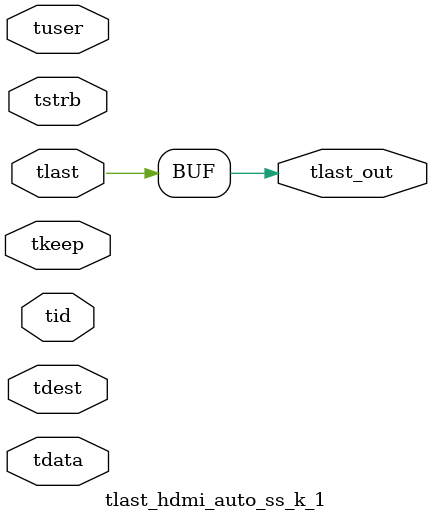
<source format=v>


`timescale 1ps/1ps

module tlast_hdmi_auto_ss_k_1 #
(
parameter C_S_AXIS_TID_WIDTH   = 1,
parameter C_S_AXIS_TUSER_WIDTH = 0,
parameter C_S_AXIS_TDATA_WIDTH = 0,
parameter C_S_AXIS_TDEST_WIDTH = 0
)
(
input  [(C_S_AXIS_TID_WIDTH   == 0 ? 1 : C_S_AXIS_TID_WIDTH)-1:0       ] tid,
input  [(C_S_AXIS_TDATA_WIDTH == 0 ? 1 : C_S_AXIS_TDATA_WIDTH)-1:0     ] tdata,
input  [(C_S_AXIS_TUSER_WIDTH == 0 ? 1 : C_S_AXIS_TUSER_WIDTH)-1:0     ] tuser,
input  [(C_S_AXIS_TDEST_WIDTH == 0 ? 1 : C_S_AXIS_TDEST_WIDTH)-1:0     ] tdest,
input  [(C_S_AXIS_TDATA_WIDTH/8)-1:0 ] tkeep,
input  [(C_S_AXIS_TDATA_WIDTH/8)-1:0 ] tstrb,
input  [0:0]                                                             tlast,
output                                                                   tlast_out
);

assign tlast_out = {tlast};

endmodule


</source>
